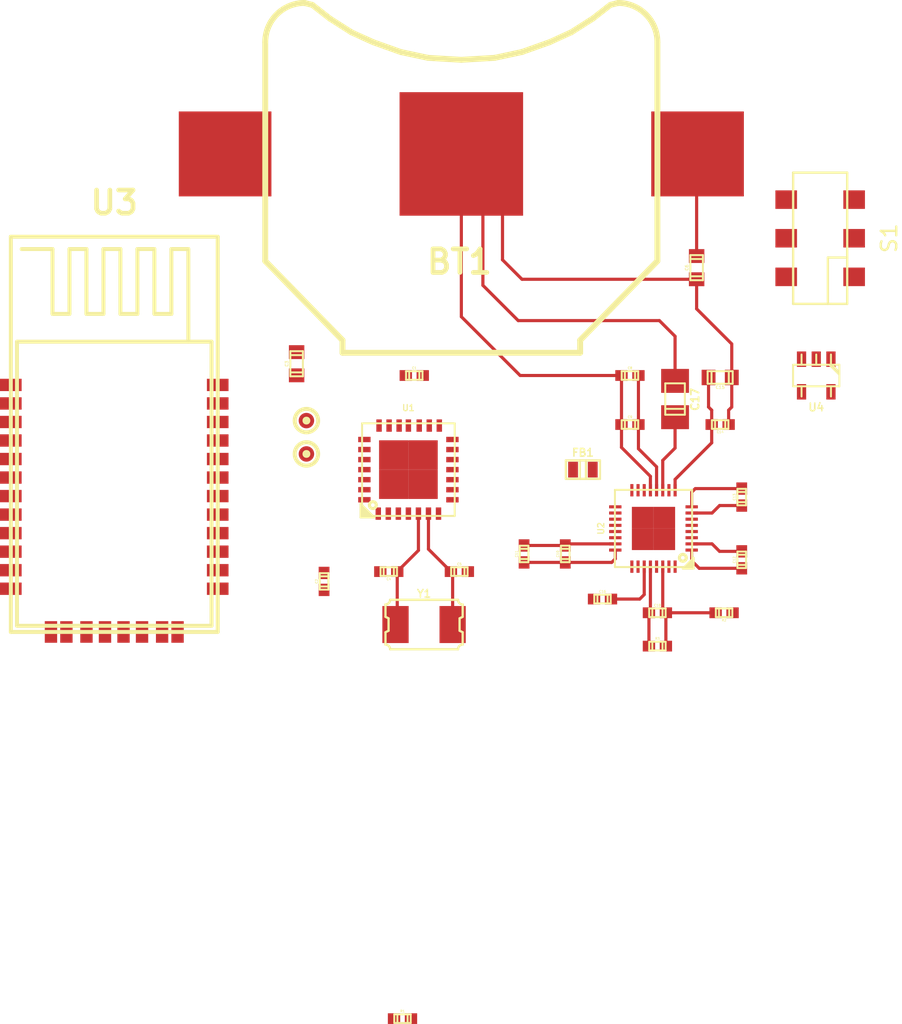
<source format=kicad_pcb>
(kicad_pcb (version 3) (host pcbnew "(2013-05-31 BZR 4019)-stable")

  (general
    (links 90)
    (no_connects 59)
    (area 0 0 0 0)
    (thickness 1.6)
    (drawings 0)
    (tracks 75)
    (zones 0)
    (modules 30)
    (nets 39)
  )

  (page A3)
  (layers
    (15 F.Cu signal)
    (0 B.Cu signal hide)
    (16 B.Adhes user)
    (17 F.Adhes user)
    (18 B.Paste user)
    (19 F.Paste user)
    (20 B.SilkS user)
    (21 F.SilkS user)
    (22 B.Mask user)
    (23 F.Mask user)
    (24 Dwgs.User user)
    (25 Cmts.User user)
    (26 Eco1.User user)
    (27 Eco2.User user)
    (28 Edge.Cuts user)
  )

  (setup
    (last_trace_width 0.2032)
    (trace_clearance 0.1778)
    (zone_clearance 0.508)
    (zone_45_only no)
    (trace_min 0.2032)
    (segment_width 0.2)
    (edge_width 0.1)
    (via_size 0.889)
    (via_drill 0.635)
    (via_min_size 0.889)
    (via_min_drill 0.508)
    (uvia_size 0.508)
    (uvia_drill 0.127)
    (uvias_allowed no)
    (uvia_min_size 0.508)
    (uvia_min_drill 0.127)
    (pcb_text_width 0.3)
    (pcb_text_size 1.5 1.5)
    (mod_edge_width 0.15)
    (mod_text_size 1 1)
    (mod_text_width 0.15)
    (pad_size 1.2 1.4)
    (pad_drill 0)
    (pad_to_mask_clearance 0)
    (aux_axis_origin 0 0)
    (visible_elements FFFFFFBF)
    (pcbplotparams
      (layerselection 3178497)
      (usegerberextensions true)
      (excludeedgelayer true)
      (linewidth 0.150000)
      (plotframeref false)
      (viasonmask false)
      (mode 1)
      (useauxorigin false)
      (hpglpennumber 1)
      (hpglpenspeed 20)
      (hpglpendiameter 15)
      (hpglpenoverlay 2)
      (psnegative false)
      (psa4output false)
      (plotreference true)
      (plotvalue true)
      (plotothertext true)
      (plotinvisibletext false)
      (padsonsilk false)
      (subtractmaskfromsilk false)
      (outputformat 1)
      (mirror false)
      (drillshape 1)
      (scaleselection 1)
      (outputdirectory ""))
  )

  (net 0 "")
  (net 1 +BATT)
  (net 2 /AREF)
  (net 3 /BT_CONN)
  (net 4 /BT_RESET)
  (net 5 /FACTORY_RESET)
  (net 6 /MCU_RX)
  (net 7 /MCU_TX)
  (net 8 /PGA1N)
  (net 9 /PGA1P)
  (net 10 /PGA2N)
  (net 11 /PGA2P)
  (net 12 /RLDIN)
  (net 13 /RLDINV)
  (net 14 /STATUS)
  (net 15 /VCAP1)
  (net 16 /VCAP2)
  (net 17 /VREFP)
  (net 18 /~MCU_CTS)
  (net 19 /~MCU_RTS)
  (net 20 AVDD)
  (net 21 CH1N)
  (net 22 CH1P)
  (net 23 CH2N)
  (net 24 CH2P)
  (net 25 DVDD)
  (net 26 GND)
  (net 27 MISO)
  (net 28 MOSI)
  (net 29 N-0000059)
  (net 30 N-0000060)
  (net 31 RLD)
  (net 32 SCLK)
  (net 33 VCC)
  (net 34 VEXT)
  (net 35 ~AFE_CS)
  (net 36 ~AFE_DRDY)
  (net 37 ~AFE_PWDN)
  (net 38 ~MCU_RESET)

  (net_class Default "This is the default net class."
    (clearance 0.1778)
    (trace_width 0.2032)
    (via_dia 0.889)
    (via_drill 0.635)
    (uvia_dia 0.508)
    (uvia_drill 0.127)
    (add_net "")
    (add_net +BATT)
    (add_net /AREF)
    (add_net /BT_CONN)
    (add_net /BT_RESET)
    (add_net /FACTORY_RESET)
    (add_net /MCU_RX)
    (add_net /MCU_TX)
    (add_net /PGA1N)
    (add_net /PGA1P)
    (add_net /PGA2N)
    (add_net /PGA2P)
    (add_net /RLDIN)
    (add_net /RLDINV)
    (add_net /STATUS)
    (add_net /VCAP1)
    (add_net /VCAP2)
    (add_net /VREFP)
    (add_net /~MCU_CTS)
    (add_net /~MCU_RTS)
    (add_net AVDD)
    (add_net CH1N)
    (add_net CH1P)
    (add_net CH2N)
    (add_net CH2P)
    (add_net DVDD)
    (add_net GND)
    (add_net MISO)
    (add_net MOSI)
    (add_net N-0000059)
    (add_net N-0000060)
    (add_net RLD)
    (add_net SCLK)
    (add_net VCC)
    (add_net VEXT)
    (add_net ~AFE_CS)
    (add_net ~AFE_DRDY)
    (add_net ~AFE_PWDN)
    (add_net ~MCU_RESET)
  )

  (module w_rf_modules:roving_rn-42 (layer F.Cu) (tedit 537668DC) (tstamp 53766069)
    (at 72.898 85.09)
    (descr "Roving Networks RN-42 Bluetooth module")
    (path /53765409)
    (clearance 0.2)
    (fp_text reference U3 (at 0 -15) (layer F.SilkS)
      (effects (font (size 1.5 1.5) (thickness 0.3)))
    )
    (fp_text value BLUETOOTH-RN42 (at 0 15) (layer F.SilkS) hide
      (effects (font (size 1.5 1.5) (thickness 0.3)))
    )
    (fp_line (start -2.9 -7.8) (end -4 -7.8) (layer F.SilkS) (width 0.254))
    (fp_line (start -1.8 -12) (end -2.9 -12) (layer F.SilkS) (width 0.254))
    (fp_line (start -2.9 -12) (end -2.9 -7.8) (layer F.SilkS) (width 0.254))
    (fp_line (start -1.8 -12) (end -1.8 -7.8) (layer F.SilkS) (width 0.254))
    (fp_line (start -4 -12) (end -4 -7.8) (layer F.SilkS) (width 0.254))
    (fp_line (start -4 -12) (end -6 -12) (layer F.SilkS) (width 0.254))
    (fp_line (start -0.7 -7.8) (end -1.8 -7.8) (layer F.SilkS) (width 0.254))
    (fp_line (start 0.4 -12) (end -0.7 -12) (layer F.SilkS) (width 0.254))
    (fp_line (start -0.7 -12) (end -0.7 -7.8) (layer F.SilkS) (width 0.254))
    (fp_line (start 0.4 -12) (end 0.4 -7.8) (layer F.SilkS) (width 0.254))
    (fp_line (start 2.6 -12) (end 2.6 -7.8) (layer F.SilkS) (width 0.254))
    (fp_line (start 1.5 -12) (end 1.5 -7.8) (layer F.SilkS) (width 0.254))
    (fp_line (start 2.6 -12) (end 1.5 -12) (layer F.SilkS) (width 0.254))
    (fp_line (start 1.5 -7.8) (end 0.4 -7.8) (layer F.SilkS) (width 0.254))
    (fp_line (start 3.7 -7.8) (end 2.6 -7.8) (layer F.SilkS) (width 0.254))
    (fp_line (start 4.8 -6) (end 4.8 -12) (layer F.SilkS) (width 0.254))
    (fp_line (start 4.8 -12) (end 3.7 -12) (layer F.SilkS) (width 0.254))
    (fp_line (start 3.7 -12) (end 3.7 -7.8) (layer F.SilkS) (width 0.254))
    (fp_line (start -6.7 -12.8) (end 6.7 -12.8) (layer F.SilkS) (width 0.254))
    (fp_line (start 6.7 -12.8) (end 6.7 12.8) (layer F.SilkS) (width 0.254))
    (fp_line (start -6.7 12.8) (end 6.7 12.8) (layer F.SilkS) (width 0.254))
    (fp_line (start -6.7 -12.8) (end -6.7 12.8) (layer F.SilkS) (width 0.254))
    (fp_line (start -6.3 -6) (end 6.3 -6) (layer F.SilkS) (width 0.254))
    (fp_line (start 6.3 -6) (end 6.3 12.4) (layer F.SilkS) (width 0.254))
    (fp_line (start -6.3 12.4) (end 6.3 12.4) (layer F.SilkS) (width 0.254))
    (fp_line (start -6.3 -6) (end -6.3 12.4) (layer F.SilkS) (width 0.254))
    (pad "" smd rect (at -6 11.5) (size 1.5 1.5)
      (layers Dwgs.User)
    )
    (pad "" smd rect (at 6 11.5) (size 1.5 1.5)
      (layers Dwgs.User)
    )
    (pad "" smd rect (at 6 -5.1) (size 1.5 1.5)
      (layers Dwgs.User)
    )
    (pad 1 smd rect (at -6.7 -3.2) (size 1.4 0.8)
      (layers F.Cu F.Paste F.Mask)
      (net 26 GND)
    )
    (pad 2 smd rect (at -6.7 -2) (size 1.4 0.8)
      (layers F.Cu F.Paste F.Mask)
    )
    (pad 3 smd rect (at -6.7 -0.8) (size 1.4 0.8)
      (layers F.Cu F.Paste F.Mask)
    )
    (pad 4 smd rect (at -6.7 0.4) (size 1.4 0.8)
      (layers F.Cu F.Paste F.Mask)
    )
    (pad 5 smd rect (at -6.7 1.6) (size 1.4 0.8)
      (layers F.Cu F.Paste F.Mask)
      (net 4 /BT_RESET)
    )
    (pad 6 smd rect (at -6.7 2.8) (size 1.4 0.8)
      (layers F.Cu F.Paste F.Mask)
    )
    (pad 7 smd rect (at -6.7 4) (size 1.4 0.8)
      (layers F.Cu F.Paste F.Mask)
    )
    (pad 8 smd rect (at -6.7 5.2) (size 1.4 0.8)
      (layers F.Cu F.Paste F.Mask)
    )
    (pad 9 smd rect (at -6.7 6.4) (size 1.4 0.8)
      (layers F.Cu F.Paste F.Mask)
    )
    (pad 10 smd rect (at -6.7 7.6) (size 1.4 0.8)
      (layers F.Cu F.Paste F.Mask)
    )
    (pad 11 smd rect (at -6.7 8.8) (size 1.4 0.8)
      (layers F.Cu F.Paste F.Mask)
      (net 25 DVDD)
    )
    (pad 12 smd rect (at -6.7 10) (size 1.4 0.8)
      (layers F.Cu F.Paste F.Mask)
      (net 26 GND)
    )
    (pad 13 smd rect (at 6.7 10) (size 1.4 0.8)
      (layers F.Cu F.Paste F.Mask)
      (net 7 /MCU_TX)
    )
    (pad 14 smd rect (at 6.7 8.8) (size 1.4 0.8)
      (layers F.Cu F.Paste F.Mask)
      (net 6 /MCU_RX)
    )
    (pad 15 smd rect (at 6.7 7.6) (size 1.4 0.8)
      (layers F.Cu F.Paste F.Mask)
      (net 18 /~MCU_CTS)
    )
    (pad 16 smd rect (at 6.7 6.4) (size 1.4 0.8)
      (layers F.Cu F.Paste F.Mask)
      (net 19 /~MCU_RTS)
    )
    (pad 17 smd rect (at 6.7 5.2) (size 1.4 0.8)
      (layers F.Cu F.Paste F.Mask)
    )
    (pad 18 smd rect (at 6.7 4) (size 1.4 0.8)
      (layers F.Cu F.Paste F.Mask)
    )
    (pad 19 smd rect (at 6.7 2.8) (size 1.4 0.8)
      (layers F.Cu F.Paste F.Mask)
      (net 3 /BT_CONN)
    )
    (pad 20 smd rect (at 6.7 1.6) (size 1.4 0.8)
      (layers F.Cu F.Paste F.Mask)
    )
    (pad 21 smd rect (at 6.7 0.4) (size 1.4 0.8)
      (layers F.Cu F.Paste F.Mask)
      (net 14 /STATUS)
    )
    (pad 22 smd rect (at 6.7 -0.8) (size 1.4 0.8)
      (layers F.Cu F.Paste F.Mask)
      (net 5 /FACTORY_RESET)
    )
    (pad 23 smd rect (at 6.7 -2) (size 1.4 0.8)
      (layers F.Cu F.Paste F.Mask)
    )
    (pad 24 smd rect (at 6.7 -3.2) (size 1.4 0.8)
      (layers F.Cu F.Paste F.Mask)
    )
    (pad 30 smd rect (at 4.1 12.8) (size 0.8 1.4)
      (layers F.Cu F.Paste F.Mask)
    )
    (pad 28 smd rect (at 3.1 12.8) (size 0.8 1.4)
      (layers F.Cu F.Paste F.Mask)
      (net 26 GND)
    )
    (pad 31 smd rect (at 1.8 12.8) (size 0.8 1.4)
      (layers F.Cu F.Paste F.Mask)
    )
    (pad 32 smd rect (at 0.6 12.8) (size 0.8 1.4)
      (layers F.Cu F.Paste F.Mask)
    )
    (pad 33 smd rect (at -0.6 12.8) (size 0.8 1.4)
      (layers F.Cu F.Paste F.Mask)
    )
    (pad 34 smd rect (at -1.8 12.8) (size 0.8 1.4)
      (layers F.Cu F.Paste F.Mask)
    )
    (pad 29 smd rect (at -3.1 12.8) (size 0.8 1.4)
      (layers F.Cu F.Paste F.Mask)
      (net 26 GND)
    )
    (pad 35 smd rect (at -4.1 12.8) (size 0.8 1.4)
      (layers F.Cu F.Paste F.Mask)
    )
    (pad "" smd rect (at -6 -5.1) (size 1.5 1.5)
      (layers Dwgs.User)
    )
    (pad "" smd rect (at 0 -9.3) (size 13.4 7)
      (layers Dwgs.User)
    )
    (model walter/rf_modules/roving_rn-42.wrl
      (at (xyz 0 0 0))
      (scale (xyz 1 1 1))
      (rotate (xyz 0 0 0))
    )
  )

  (module testpoint_1mm (layer F.Cu) (tedit 537673CD) (tstamp 5376609A)
    (at 85.344 86.36)
    (descr "TestPoint 1mm")
    (path /53765411)
    (fp_text reference TP2 (at -0.127 2.54) (layer F.SilkS) hide
      (effects (font (size 1.524 1.524) (thickness 0.3048)))
    )
    (fp_text value STATUS (at 0 2.032) (layer F.SilkS) hide
      (effects (font (size 1.524 1.524) (thickness 0.3048)))
    )
    (fp_circle (center 0 0) (end 0.127 0) (layer F.SilkS) (width 0.254))
    (fp_circle (center 0 0) (end 0.762 0) (layer F.SilkS) (width 0.254))
    (pad 1 smd circle (at 0 0) (size 1.00076 1.00076)
      (layers F.Cu F.Paste F.Mask)
      (net 14 /STATUS)
    )
    (model walter/details/testpoint.wrl
      (at (xyz 0 0 0))
      (scale (xyz 1 1 1))
      (rotate (xyz 0 0 0))
    )
  )

  (module testpoint_1mm (layer F.Cu) (tedit 537673C7) (tstamp 537660A1)
    (at 85.344 84.201)
    (descr "TestPoint 1mm")
    (path /5376540F)
    (fp_text reference TP1 (at 2.794 -1.778) (layer F.SilkS) hide
      (effects (font (size 1.524 1.524) (thickness 0.3048)))
    )
    (fp_text value FACT (at 0 2.032) (layer F.SilkS) hide
      (effects (font (size 1.524 1.524) (thickness 0.3048)))
    )
    (fp_circle (center 0 0) (end 0.127 0) (layer F.SilkS) (width 0.254))
    (fp_circle (center 0 0) (end 0.762 0) (layer F.SilkS) (width 0.254))
    (pad 1 smd circle (at 0 0) (size 1.00076 1.00076)
      (layers F.Cu F.Paste F.Mask)
      (net 5 /FACTORY_RESET)
    )
    (model walter/details/testpoint.wrl
      (at (xyz 0 0 0))
      (scale (xyz 1 1 1))
      (rotate (xyz 0 0 0))
    )
  )

  (module s-pvqfn-n32 (layer F.Cu) (tedit 5356708E) (tstamp 537660D4)
    (at 107.823 91.186 90)
    (descr "Plastic QFP, TI S-PVQFN-N32")
    (path /53765D39)
    (solder_mask_margin 0.05)
    (fp_text reference U2 (at 0 -3.40106 90) (layer F.SilkS)
      (effects (font (size 0.39878 0.39878) (thickness 0.07874)))
    )
    (fp_text value ADS1291/2 (at 0 3.49758 90) (layer F.SilkS) hide
      (effects (font (size 0.39878 0.39878) (thickness 0.0762)))
    )
    (fp_line (start -2.60096 1.89992) (end -2.60096 2.60096) (layer F.SilkS) (width 0.127))
    (fp_line (start -2.60096 2.60096) (end -1.89992 2.60096) (layer F.SilkS) (width 0.127))
    (fp_line (start -1.89992 2.60096) (end -2.60096 1.89992) (layer F.SilkS) (width 0.127))
    (fp_line (start 2.49936 2.49936) (end -2.49936 2.49936) (layer F.SilkS) (width 0.127))
    (fp_line (start -2.49936 2.49936) (end -2.49936 -2.49936) (layer F.SilkS) (width 0.127))
    (fp_line (start -2.49936 -2.49936) (end 2.49936 -2.49936) (layer F.SilkS) (width 0.127))
    (fp_line (start 2.49936 -2.49936) (end 2.49936 2.49936) (layer F.SilkS) (width 0.127))
    (fp_line (start -2.10312 2.5019) (end -2.5019 2.10312) (layer F.SilkS) (width 0.127))
    (fp_line (start -2.5019 2.19964) (end -2.20218 2.49936) (layer F.SilkS) (width 0.127))
    (fp_line (start -2.2987 2.49936) (end -2.49936 2.2987) (layer F.SilkS) (width 0.127))
    (fp_circle (center -1.89992 1.89992) (end -1.7018 2.00152) (layer F.SilkS) (width 0.20066))
    (pad 2 smd rect (at -1 2.47396 90) (size 0.2 0.8)
      (layers F.Cu F.Paste F.Mask)
      (net 9 /PGA1P)
      (solder_mask_margin 0.06858)
    )
    (pad 3 smd rect (at -0.6 2.47396 90) (size 0.2 0.8)
      (layers F.Cu F.Paste F.Mask)
      (net 21 CH1N)
      (solder_mask_margin 0.06858)
    )
    (pad 4 smd rect (at -0.2 2.47396 90) (size 0.2 0.8)
      (layers F.Cu F.Paste F.Mask)
      (net 22 CH1P)
      (solder_mask_margin 0.06858)
    )
    (pad 5 smd rect (at 0.2 2.47396 90) (size 0.2 0.8)
      (layers F.Cu F.Paste F.Mask)
      (net 23 CH2N)
      (solder_mask_margin 0.06858)
    )
    (pad 8 smd rect (at 1.4 2.47396 90) (size 0.2 0.8)
      (layers F.Cu F.Paste F.Mask)
      (net 11 /PGA2P)
      (solder_mask_margin 0.06858)
    )
    (pad 9 smd rect (at 2.47396 1.4 90) (size 0.8 0.2)
      (layers F.Cu F.Paste F.Mask)
      (net 17 /VREFP)
      (solder_mask_margin 0.06858)
    )
    (pad 10 smd rect (at 2.47396 1 90) (size 0.8 0.2)
      (layers F.Cu F.Paste F.Mask)
      (net 26 GND)
      (solder_mask_margin 0.06858)
    )
    (pad 11 smd rect (at 2.47396 0.6 90) (size 0.8 0.2)
      (layers F.Cu F.Paste F.Mask)
      (net 15 /VCAP1)
      (solder_mask_margin 0.06858)
    )
    (pad 12 smd rect (at 2.47396 0.2 90) (size 0.8 0.2)
      (layers F.Cu F.Paste F.Mask)
      (net 20 AVDD)
      (solder_mask_margin 0.06858)
    )
    (pad 13 smd rect (at 2.47396 -0.2 90) (size 0.8 0.2)
      (layers F.Cu F.Paste F.Mask)
      (net 26 GND)
      (solder_mask_margin 0.06858)
    )
    (pad 14 smd rect (at 2.47396 -0.6 90) (size 0.8 0.2)
      (layers F.Cu F.Paste F.Mask)
      (solder_mask_margin 0.06858)
    )
    (pad 1 smd rect (at -1.4 2.47396 90) (size 0.2 0.8)
      (layers F.Cu F.Paste F.Mask)
      (net 8 /PGA1N)
      (solder_mask_margin 0.06858)
    )
    (pad 33 smd rect (at 0.7 0.7 90) (size 1.4 1.4)
      (layers F.Cu F.Paste F.Mask)
      (net 26 GND)
      (solder_mask_margin 0.05)
      (solder_paste_margin -0.15)
    )
    (pad 33 smd rect (at -0.7 0.7 90) (size 1.4 1.4)
      (layers F.Cu F.Paste F.Mask)
      (net 26 GND)
      (solder_mask_margin 0.05)
      (solder_paste_margin -0.15)
    )
    (pad 33 smd rect (at -0.7 -0.7 90) (size 1.4 1.4)
      (layers F.Cu F.Paste F.Mask)
      (net 26 GND)
      (solder_mask_margin 0.05)
      (solder_paste_margin -0.15)
    )
    (pad 33 smd rect (at 0.7 -0.7 90) (size 1.4 1.4)
      (layers F.Cu F.Paste F.Mask)
      (net 26 GND)
      (solder_mask_margin 0.05)
      (solder_paste_margin -0.15)
    )
    (pad 15 smd rect (at 2.47396 -1 90) (size 0.8 0.2)
      (layers F.Cu F.Paste F.Mask)
      (net 37 ~AFE_PWDN)
      (solder_mask_margin 0.06858)
    )
    (pad 16 smd rect (at 2.47396 -1.4 90) (size 0.8 0.2)
      (layers F.Cu F.Paste F.Mask)
      (solder_mask_margin 0.06858)
    )
    (pad 17 smd rect (at 1.4 -2.47396 90) (size 0.2 0.8)
      (layers F.Cu F.Paste F.Mask)
      (solder_mask_margin 0.06858)
    )
    (pad 18 smd rect (at 1 -2.47396 90) (size 0.2 0.8)
      (layers F.Cu F.Paste F.Mask)
      (net 35 ~AFE_CS)
      (solder_mask_margin 0.06858)
    )
    (pad 19 smd rect (at 0.6 -2.47396 90) (size 0.2 0.8)
      (layers F.Cu F.Paste F.Mask)
      (net 28 MOSI)
      (solder_mask_margin 0.06858)
    )
    (pad 20 smd rect (at 0.2 -2.47396 90) (size 0.2 0.8)
      (layers F.Cu F.Paste F.Mask)
      (net 32 SCLK)
      (solder_mask_margin 0.06858)
    )
    (pad 21 smd rect (at -0.2 -2.47396 90) (size 0.2 0.8)
      (layers F.Cu F.Paste F.Mask)
      (net 27 MISO)
      (solder_mask_margin 0.06858)
    )
    (pad 22 smd rect (at -0.6 -2.47396 90) (size 0.2 0.8)
      (layers F.Cu F.Paste F.Mask)
      (net 36 ~AFE_DRDY)
      (solder_mask_margin 0.06858)
    )
    (pad 23 smd rect (at -1 -2.47396 90) (size 0.2 0.8)
      (layers F.Cu F.Paste F.Mask)
      (net 25 DVDD)
      (solder_mask_margin 0.06858)
    )
    (pad 24 smd rect (at -1.4 -2.47396 90) (size 0.2 0.8)
      (layers F.Cu F.Paste F.Mask)
      (net 26 GND)
      (solder_mask_margin 0.06858)
    )
    (pad 25 smd rect (at -2.47396 -1.4 90) (size 0.8 0.2)
      (layers F.Cu F.Paste F.Mask)
      (solder_mask_margin 0.06858)
    )
    (pad 26 smd rect (at -2.47396 -1 90) (size 0.8 0.2)
      (layers F.Cu F.Paste F.Mask)
      (solder_mask_margin 0.06858)
    )
    (pad 27 smd rect (at -2.47396 -0.6 90) (size 0.8 0.2)
      (layers F.Cu F.Paste F.Mask)
      (net 16 /VCAP2)
      (solder_mask_margin 0.06858)
    )
    (pad 28 smd rect (at -2.47396 -0.2 90) (size 0.8 0.2)
      (layers F.Cu F.Paste F.Mask)
      (net 13 /RLDINV)
      (solder_mask_margin 0.06858)
    )
    (pad 6 smd rect (at 0.6 2.47396 90) (size 0.2 0.8)
      (layers F.Cu F.Paste F.Mask)
      (net 24 CH2P)
      (solder_mask_margin 0.06858)
    )
    (pad 7 smd rect (at 1 2.47396 90) (size 0.2 0.8)
      (layers F.Cu F.Paste F.Mask)
      (net 10 /PGA2N)
      (solder_mask_margin 0.06858)
    )
    (pad 29 smd rect (at -2.47396 0.2 90) (size 0.8 0.2)
      (layers F.Cu F.Paste F.Mask)
      (net 12 /RLDIN)
      (solder_mask_margin 0.06858)
    )
    (pad 30 smd rect (at -2.47396 0.6 90) (size 0.8 0.2)
      (layers F.Cu F.Paste F.Mask)
      (net 12 /RLDIN)
      (solder_mask_margin 0.06858)
    )
    (pad 31 smd rect (at -2.47396 1 90) (size 0.8 0.2)
      (layers F.Cu F.Paste F.Mask)
      (net 20 AVDD)
      (solder_mask_margin 0.06858)
    )
    (pad 32 smd rect (at -2.47396 1.4 90) (size 0.8 0.2)
      (layers F.Cu F.Paste F.Mask)
      (net 20 AVDD)
      (solder_mask_margin 0.06858)
    )
    (model walter/smd_qfn/s-pvqfn-n32.wrl
      (at (xyz 0 0 0))
      (scale (xyz 1 1 1))
      (rotate (xyz 0 0 0))
    )
  )

  (module r_0402 (layer F.Cu) (tedit 490472F7) (tstamp 537660E0)
    (at 108.077 98.806)
    (descr "SMT resistor, 0402")
    (path /53765D60)
    (fp_text reference R3 (at 0 -0.4826) (layer F.SilkS)
      (effects (font (size 0.1524 0.1524) (thickness 0.03048)))
    )
    (fp_text value 1M (at 0 0.4826) (layer F.SilkS) hide
      (effects (font (size 0.1524 0.1524) (thickness 0.03048)))
    )
    (fp_line (start 0.3302 -0.2794) (end 0.3302 0.2794) (layer F.SilkS) (width 0.127))
    (fp_line (start -0.3302 -0.2794) (end -0.3302 0.2794) (layer F.SilkS) (width 0.127))
    (fp_line (start -0.5334 -0.2794) (end -0.5334 0.2794) (layer F.SilkS) (width 0.127))
    (fp_line (start -0.5334 0.2794) (end 0.5334 0.2794) (layer F.SilkS) (width 0.127))
    (fp_line (start 0.5334 0.2794) (end 0.5334 -0.2794) (layer F.SilkS) (width 0.127))
    (fp_line (start 0.5334 -0.2794) (end -0.5334 -0.2794) (layer F.SilkS) (width 0.127))
    (pad 1 smd rect (at 0.54864 0) (size 0.8001 0.6985)
      (layers F.Cu F.Paste F.Mask)
      (net 12 /RLDIN)
    )
    (pad 2 smd rect (at -0.54864 0) (size 0.8001 0.6985)
      (layers F.Cu F.Paste F.Mask)
      (net 13 /RLDINV)
    )
    (model walter/smd_resistors/r_0402.wrl
      (at (xyz 0 0 0))
      (scale (xyz 1 1 1))
      (rotate (xyz 0 0 0))
    )
  )

  (module r_0402 (layer F.Cu) (tedit 490472F7) (tstamp 537660EC)
    (at 91.567 122.936)
    (descr "SMT resistor, 0402")
    (path /537653F7)
    (fp_text reference R1 (at 0 -0.4826) (layer F.SilkS)
      (effects (font (size 0.1524 0.1524) (thickness 0.03048)))
    )
    (fp_text value 10k (at 0 0.4826) (layer F.SilkS) hide
      (effects (font (size 0.1524 0.1524) (thickness 0.03048)))
    )
    (fp_line (start 0.3302 -0.2794) (end 0.3302 0.2794) (layer F.SilkS) (width 0.127))
    (fp_line (start -0.3302 -0.2794) (end -0.3302 0.2794) (layer F.SilkS) (width 0.127))
    (fp_line (start -0.5334 -0.2794) (end -0.5334 0.2794) (layer F.SilkS) (width 0.127))
    (fp_line (start -0.5334 0.2794) (end 0.5334 0.2794) (layer F.SilkS) (width 0.127))
    (fp_line (start 0.5334 0.2794) (end 0.5334 -0.2794) (layer F.SilkS) (width 0.127))
    (fp_line (start 0.5334 -0.2794) (end -0.5334 -0.2794) (layer F.SilkS) (width 0.127))
    (pad 1 smd rect (at 0.54864 0) (size 0.8001 0.6985)
      (layers F.Cu F.Paste F.Mask)
      (net 25 DVDD)
    )
    (pad 2 smd rect (at -0.54864 0) (size 0.8001 0.6985)
      (layers F.Cu F.Paste F.Mask)
      (net 38 ~MCU_RESET)
    )
    (model walter/smd_resistors/r_0402.wrl
      (at (xyz 0 0 0))
      (scale (xyz 1 1 1))
      (rotate (xyz 0 0 0))
    )
  )

  (module r_0402 (layer F.Cu) (tedit 490472F7) (tstamp 537660F8)
    (at 112.395 96.647 180)
    (descr "SMT resistor, 0402")
    (path /53765D90)
    (fp_text reference R2 (at 0 -0.4826 180) (layer F.SilkS)
      (effects (font (size 0.1524 0.1524) (thickness 0.03048)))
    )
    (fp_text value 51k (at 0 0.4826 180) (layer F.SilkS) hide
      (effects (font (size 0.1524 0.1524) (thickness 0.03048)))
    )
    (fp_line (start 0.3302 -0.2794) (end 0.3302 0.2794) (layer F.SilkS) (width 0.127))
    (fp_line (start -0.3302 -0.2794) (end -0.3302 0.2794) (layer F.SilkS) (width 0.127))
    (fp_line (start -0.5334 -0.2794) (end -0.5334 0.2794) (layer F.SilkS) (width 0.127))
    (fp_line (start -0.5334 0.2794) (end 0.5334 0.2794) (layer F.SilkS) (width 0.127))
    (fp_line (start 0.5334 0.2794) (end 0.5334 -0.2794) (layer F.SilkS) (width 0.127))
    (fp_line (start 0.5334 -0.2794) (end -0.5334 -0.2794) (layer F.SilkS) (width 0.127))
    (pad 1 smd rect (at 0.54864 0 180) (size 0.8001 0.6985)
      (layers F.Cu F.Paste F.Mask)
      (net 12 /RLDIN)
    )
    (pad 2 smd rect (at -0.54864 0 180) (size 0.8001 0.6985)
      (layers F.Cu F.Paste F.Mask)
      (net 31 RLD)
    )
    (model walter/smd_resistors/r_0402.wrl
      (at (xyz 0 0 0))
      (scale (xyz 1 1 1))
      (rotate (xyz 0 0 0))
    )
  )

  (module qfn-28 (layer F.Cu) (tedit 53766772) (tstamp 5376612D)
    (at 91.948 87.376)
    (descr "Plastic QFP, Microchip QFN-28")
    (path /53765402)
    (fp_text reference U1 (at 0 -4.0005) (layer F.SilkS)
      (effects (font (size 0.39878 0.39878) (thickness 0.07874)))
    )
    (fp_text value ATMEGA328P-28PIN (at 0 4.0005) (layer F.SilkS) hide
      (effects (font (size 0.39878 0.39878) (thickness 0.07874)))
    )
    (fp_line (start -3.0988 2.19964) (end -2.19964 3.0988) (layer F.SilkS) (width 0.127))
    (fp_line (start -2.19964 3.0988) (end -3.0988 3.0988) (layer F.SilkS) (width 0.127))
    (fp_line (start -3.0988 3.0988) (end -3.0988 2.19964) (layer F.SilkS) (width 0.127))
    (fp_line (start -2.4003 2.99974) (end -2.99974 2.4003) (layer F.SilkS) (width 0.127))
    (fp_line (start -2.99974 2.4003) (end -2.99974 2.49936) (layer F.SilkS) (width 0.127))
    (fp_line (start -2.99974 2.49936) (end -2.49936 2.99974) (layer F.SilkS) (width 0.127))
    (fp_line (start -2.49936 2.99974) (end -2.60096 2.99974) (layer F.SilkS) (width 0.127))
    (fp_line (start -2.60096 2.99974) (end -2.99974 2.60096) (layer F.SilkS) (width 0.127))
    (fp_line (start -2.99974 2.60096) (end -2.99974 2.70002) (layer F.SilkS) (width 0.127))
    (fp_line (start -2.99974 2.70002) (end -2.70002 2.99974) (layer F.SilkS) (width 0.127))
    (fp_line (start -2.70002 2.99974) (end -2.79908 2.99974) (layer F.SilkS) (width 0.127))
    (fp_line (start -2.79908 2.99974) (end -2.99974 2.79908) (layer F.SilkS) (width 0.127))
    (fp_line (start -2.99974 -2.99974) (end 2.99974 -2.99974) (layer F.SilkS) (width 0.127))
    (fp_line (start 2.99974 -2.99974) (end 2.99974 2.99974) (layer F.SilkS) (width 0.127))
    (fp_line (start 2.99974 2.99974) (end -2.99974 2.99974) (layer F.SilkS) (width 0.127))
    (fp_line (start -2.99974 2.99974) (end -2.99974 -2.99974) (layer F.SilkS) (width 0.127))
    (fp_circle (center -2.30124 2.2987) (end -2.10312 2.4003) (layer F.SilkS) (width 0.20066))
    (pad 2 smd rect (at -1.30048 2.84988) (size 0.35052 0.8001)
      (layers F.Cu F.Paste F.Mask)
      (net 19 /~MCU_RTS)
      (solder_mask_margin 0.07112)
    )
    (pad 3 smd rect (at -0.65024 2.84988) (size 0.35052 0.8001)
      (layers F.Cu F.Paste F.Mask)
      (net 25 DVDD)
      (solder_mask_margin 0.07112)
    )
    (pad 4 smd rect (at 0 2.84988) (size 0.35052 0.8001)
      (layers F.Cu F.Paste F.Mask)
      (net 26 GND)
      (solder_mask_margin 0.07112)
    )
    (pad 5 smd rect (at 0.65024 2.84988) (size 0.35052 0.8001)
      (layers F.Cu F.Paste F.Mask)
      (net 30 N-0000060)
      (solder_mask_margin 0.07112)
    )
    (pad 8 smd rect (at 2.85242 1.95072) (size 0.8001 0.35052)
      (layers F.Cu F.Paste F.Mask)
      (solder_mask_margin 0.07112)
    )
    (pad 9 smd rect (at 2.85242 1.30048) (size 0.8001 0.35052)
      (layers F.Cu F.Paste F.Mask)
      (solder_mask_margin 0.07112)
    )
    (pad 10 smd rect (at 2.85242 0.65024) (size 0.8001 0.35052)
      (layers F.Cu F.Paste F.Mask)
      (solder_mask_margin 0.07112)
    )
    (pad 11 smd rect (at 2.85242 0) (size 0.8001 0.35052)
      (layers F.Cu F.Paste F.Mask)
      (net 35 ~AFE_CS)
      (solder_mask_margin 0.07112)
    )
    (pad 12 smd rect (at 2.85242 -0.65024) (size 0.8001 0.35052)
      (layers F.Cu F.Paste F.Mask)
      (solder_mask_margin 0.07112)
    )
    (pad 13 smd rect (at 2.85242 -1.30048) (size 0.8001 0.35052)
      (layers F.Cu F.Paste F.Mask)
      (net 28 MOSI)
      (solder_mask_margin 0.07112)
    )
    (pad 14 smd rect (at 2.85242 -1.95072) (size 0.8001 0.35052)
      (layers F.Cu F.Paste F.Mask)
      (net 27 MISO)
      (solder_mask_margin 0.07112)
    )
    (pad 1 smd rect (at -1.95072 2.84988) (size 0.35052 0.8001)
      (layers F.Cu F.Paste F.Mask)
      (net 18 /~MCU_CTS)
      (solder_mask_margin 0.07112)
    )
    (pad 29 smd rect (at 0.94996 0.94996) (size 1.89992 1.89992)
      (layers F.Cu F.Paste F.Mask)
      (net 26 GND)
      (solder_mask_margin 0.07112)
      (solder_paste_margin -0.09906)
    )
    (pad 29 smd rect (at -0.94996 0.94996) (size 1.89992 1.89992)
      (layers F.Cu F.Paste F.Mask)
      (net 26 GND)
      (solder_mask_margin 0.07112)
      (solder_paste_margin -0.09906)
    )
    (pad 29 smd rect (at -0.94996 -0.94996) (size 1.89992 1.89992)
      (layers F.Cu F.Paste F.Mask)
      (net 26 GND)
      (solder_mask_margin 0.07112)
      (solder_paste_margin -0.09906)
    )
    (pad 29 smd rect (at 0.94996 -0.94996) (size 1.89992 1.89992)
      (layers F.Cu F.Paste F.Mask)
      (net 26 GND)
      (solder_mask_margin 0.07112)
      (solder_paste_margin -0.09906)
    )
    (pad 15 smd rect (at 2.00152 -2.85242) (size 0.35052 0.8001)
      (layers F.Cu F.Paste F.Mask)
      (net 32 SCLK)
      (solder_mask_margin 0.07112)
    )
    (pad 16 smd rect (at 1.35128 -2.85242) (size 0.35052 0.8001)
      (layers F.Cu F.Paste F.Mask)
      (net 25 DVDD)
      (solder_mask_margin 0.07112)
    )
    (pad 17 smd rect (at 0.70104 -2.85242) (size 0.35052 0.8001)
      (layers F.Cu F.Paste F.Mask)
      (net 2 /AREF)
      (solder_mask_margin 0.07112)
    )
    (pad 18 smd rect (at 0 -2.85242) (size 0.35052 0.8001)
      (layers F.Cu F.Paste F.Mask)
      (net 26 GND)
      (solder_mask_margin 0.07112)
    )
    (pad 19 smd rect (at -0.59944 -2.85242) (size 0.35052 0.8001)
      (layers F.Cu F.Paste F.Mask)
      (net 5 /FACTORY_RESET)
      (solder_mask_margin 0.07112)
    )
    (pad 20 smd rect (at -1.24968 -2.85242) (size 0.35052 0.8001)
      (layers F.Cu F.Paste F.Mask)
      (net 4 /BT_RESET)
      (solder_mask_margin 0.07112)
    )
    (pad 21 smd rect (at -1.89992 -2.85242) (size 0.35052 0.8001)
      (layers F.Cu F.Paste F.Mask)
      (net 3 /BT_CONN)
      (solder_mask_margin 0.07112)
    )
    (pad 22 smd rect (at -2.84988 -1.95072) (size 0.8001 0.35052)
      (layers F.Cu F.Paste F.Mask)
      (solder_mask_margin 0.07112)
    )
    (pad 23 smd rect (at -2.84988 -1.30048) (size 0.8001 0.35052)
      (layers F.Cu F.Paste F.Mask)
      (solder_mask_margin 0.07112)
    )
    (pad 24 smd rect (at -2.84988 -0.65024) (size 0.8001 0.35052)
      (layers F.Cu F.Paste F.Mask)
      (solder_mask_margin 0.07112)
    )
    (pad 25 smd rect (at -2.84988 0) (size 0.8001 0.35052)
      (layers F.Cu F.Paste F.Mask)
      (net 38 ~MCU_RESET)
      (solder_mask_margin 0.07112)
    )
    (pad 26 smd rect (at -2.84988 0.65024) (size 0.8001 0.35052)
      (layers F.Cu F.Paste F.Mask)
      (net 6 /MCU_RX)
      (solder_mask_margin 0.07112)
    )
    (pad 27 smd rect (at -2.84988 1.30048) (size 0.8001 0.35052)
      (layers F.Cu F.Paste F.Mask)
      (net 7 /MCU_TX)
      (solder_mask_margin 0.07112)
    )
    (pad 28 smd rect (at -2.84988 1.95072) (size 0.8001 0.35052)
      (layers F.Cu F.Paste F.Mask)
      (net 36 ~AFE_DRDY)
      (solder_mask_margin 0.07112)
    )
    (pad 6 smd rect (at 1.30048 2.84988) (size 0.35052 0.8001)
      (layers F.Cu F.Paste F.Mask)
      (net 29 N-0000059)
      (solder_mask_margin 0.07112)
    )
    (pad 7 smd rect (at 1.95072 2.84988) (size 0.35052 0.8001)
      (layers F.Cu F.Paste F.Mask)
      (net 37 ~AFE_PWDN)
      (solder_mask_margin 0.07112)
    )
    (model walter/smd_qfn/qfn-28.wrl
      (at (xyz 0 0 0))
      (scale (xyz 1 1 1))
      (rotate (xyz 0 0 0))
    )
  )

  (module keystone_3008 (layer F.Cu) (tedit 53767186) (tstamp 5376614B)
    (at 95.377 66.929 180)
    (descr "Keystone type 3008 coin cell retainer")
    (path /537653E0)
    (fp_text reference BT1 (at 0.127 -6.985 180) (layer F.SilkS)
      (effects (font (size 1.524 1.524) (thickness 0.3048)))
    )
    (fp_text value LIR2450 (at 0 10.8 180) (layer F.SilkS) hide
      (effects (font (size 1.524 1.524) (thickness 0.3048)))
    )
    (fp_line (start 0 6.096) (end 2.159 6.223) (layer F.SilkS) (width 0.381))
    (fp_line (start 2.159 6.223) (end 3.937 6.604) (layer F.SilkS) (width 0.381))
    (fp_line (start 3.937 6.604) (end 5.715 7.239) (layer F.SilkS) (width 0.381))
    (fp_line (start 5.715 7.239) (end 7.112 7.874) (layer F.SilkS) (width 0.381))
    (fp_line (start 7.112 7.874) (end 8.509 8.763) (layer F.SilkS) (width 0.381))
    (fp_line (start 8.509 8.763) (end 9.652 9.652) (layer F.SilkS) (width 0.381))
    (fp_line (start 9.652 9.652) (end 10.16 9.779) (layer F.SilkS) (width 0.381))
    (fp_line (start -10.16 9.779) (end -9.652 9.652) (layer F.SilkS) (width 0.381))
    (fp_line (start -9.652 9.652) (end -8.509 8.763) (layer F.SilkS) (width 0.381))
    (fp_line (start -8.509 8.763) (end -7.112 7.874) (layer F.SilkS) (width 0.381))
    (fp_line (start -7.112 7.874) (end -5.715 7.239) (layer F.SilkS) (width 0.381))
    (fp_line (start -5.715 7.239) (end -3.937 6.604) (layer F.SilkS) (width 0.381))
    (fp_line (start -3.937 6.604) (end -2.159 6.223) (layer F.SilkS) (width 0.381))
    (fp_line (start -2.159 6.223) (end 0 6.096) (layer F.SilkS) (width 0.381))
    (fp_arc (start 10.16 7.239) (end 12.7 7.239) (angle 90) (layer F.SilkS) (width 0.381))
    (fp_arc (start -10.16 7.239) (end -10.16 9.779) (angle 90) (layer F.SilkS) (width 0.381))
    (fp_line (start 7.6962 -12.065) (end 12.7 -6.9342) (layer F.SilkS) (width 0.381))
    (fp_line (start 12.7 -6.9342) (end 12.7 7.2136) (layer F.SilkS) (width 0.381))
    (fp_line (start -7.6962 -12.065) (end -12.7 -6.9342) (layer F.SilkS) (width 0.381))
    (fp_line (start -12.7 -6.9342) (end -12.7 7.2136) (layer F.SilkS) (width 0.381))
    (fp_line (start -7.6962 -12.8778) (end -7.6962 -12.065) (layer F.SilkS) (width 0.381))
    (fp_line (start 7.6962 -12.8778) (end 7.6962 -12.065) (layer F.SilkS) (width 0.381))
    (fp_line (start -7.6962 -12.8778) (end 7.6962 -12.8778) (layer F.SilkS) (width 0.381))
    (pad 1 smd rect (at -15.3 0 180) (size 6 5.5)
      (layers F.Cu F.Paste F.Mask)
      (net 1 +BATT)
    )
    (pad 1 smd rect (at 15.3 0 180) (size 6 5.5)
      (layers F.Cu F.Paste F.Mask)
      (net 1 +BATT)
    )
    (pad 2 smd rect (at 0 0 180) (size 8 8)
      (layers F.Cu F.Paste F.Mask)
      (net 26 GND)
    )
    (model walter/battery_holders/keystone_3008.wrl
      (at (xyz 0 0 0))
      (scale (xyz 1 1 1))
      (rotate (xyz 0 0 0))
    )
  )

  (module inductor_smd_0603 (layer F.Cu) (tedit 53767115) (tstamp 53766164)
    (at 103.251 87.376)
    (descr "Inductor SMD, 0603")
    (path /53765D68)
    (fp_text reference FB1 (at 0 -1.09982) (layer F.SilkS)
      (effects (font (size 0.49784 0.49784) (thickness 0.09906)))
    )
    (fp_text value BLM18PG121SN1 (at 0 1.19888) (layer F.SilkS) hide
      (effects (font (size 0.49784 0.49784) (thickness 0.09906)))
    )
    (fp_line (start 0.20066 0.59944) (end 0.20066 -0.59944) (layer F.SilkS) (width 0.14986))
    (fp_line (start -0.20066 -0.59944) (end -0.20066 0.59944) (layer F.SilkS) (width 0.14986))
    (fp_line (start -1.09982 -0.59944) (end 1.09982 -0.59944) (layer F.SilkS) (width 0.14986))
    (fp_line (start 1.09982 -0.59944) (end 1.09982 0.59944) (layer F.SilkS) (width 0.14986))
    (fp_line (start 1.09982 0.59944) (end -1.09982 0.59944) (layer F.SilkS) (width 0.14986))
    (fp_line (start -1.09982 0.59944) (end -1.09982 -0.59944) (layer F.SilkS) (width 0.14986))
    (pad 1 smd rect (at -0.63754 0) (size 0.635 1.016)
      (layers F.Cu F.Paste F.Mask)
      (net 25 DVDD)
    )
    (pad 2 smd rect (at 0.63754 0) (size 0.635 1.016)
      (layers F.Cu F.Paste F.Mask)
      (net 20 AVDD)
    )
    (model walter/smd_inductors/inductor_smd_0603.wrl
      (at (xyz 0 0 0))
      (scale (xyz 1 1 1))
      (rotate (xyz 0 0 0))
    )
  )

  (module crystal_smd_5x3.2mm (layer F.Cu) (tedit 53766776) (tstamp 5376617A)
    (at 92.964 97.409)
    (descr "5x3.2mm SMD glass Crystal")
    (path /5376540A)
    (fp_text reference Y1 (at 0 -2) (layer F.SilkS)
      (effects (font (size 0.49784 0.49784) (thickness 0.09906)))
    )
    (fp_text value ABM3B-8.000MHZ (at 0 2.1) (layer F.SilkS) hide
      (effects (font (size 0.49784 0.49784) (thickness 0.09906)))
    )
    (fp_arc (start 2.5 -1.6) (end 2.5 -1.3) (angle 90) (layer F.SilkS) (width 0.15))
    (fp_arc (start -2.5 -1.6) (end -2.2 -1.6) (angle 90) (layer F.SilkS) (width 0.15))
    (fp_line (start -2.2 -1.6) (end 2.2 -1.6) (layer F.SilkS) (width 0.15))
    (fp_line (start -2.5 -0.5) (end -2.5 -1.3) (layer F.SilkS) (width 0.15))
    (fp_line (start 2.5 -0.5) (end 2.5 -1.3) (layer F.SilkS) (width 0.15))
    (fp_line (start 2.3 0.4) (end 2.3 -0.4) (layer F.SilkS) (width 0.15))
    (fp_line (start 2.3 0.4) (end 2.5 0.5) (layer F.SilkS) (width 0.15))
    (fp_line (start 2.3 -0.4) (end 2.5 -0.5) (layer F.SilkS) (width 0.15))
    (fp_line (start 2.5 1.3) (end 2.5 0.5) (layer F.SilkS) (width 0.15))
    (fp_arc (start 2.5 1.6) (end 2.2 1.6) (angle 90) (layer F.SilkS) (width 0.15))
    (fp_line (start -2.2 1.6) (end 2.2 1.6) (layer F.SilkS) (width 0.15))
    (fp_line (start -2.5 1.3) (end -2.5 0.5) (layer F.SilkS) (width 0.15))
    (fp_arc (start -2.5 1.6) (end -2.5 1.3) (angle 90) (layer F.SilkS) (width 0.15))
    (fp_line (start -2.5 0.5) (end -2.3 0.4) (layer F.SilkS) (width 0.15))
    (fp_line (start -2.5 -0.5) (end -2.3 -0.4) (layer F.SilkS) (width 0.15))
    (fp_line (start -2.3 0.4) (end -2.3 -0.4) (layer F.SilkS) (width 0.15))
    (pad 1 smd rect (at -1.85 0) (size 1.7 2.4)
      (layers F.Cu F.Paste F.Mask)
      (net 30 N-0000060)
      (solder_mask_margin 0.06858)
    )
    (pad 2 smd rect (at 1.85 0) (size 1.7 2.4)
      (layers F.Cu F.Paste F.Mask)
      (net 29 N-0000059)
      (solder_mask_margin 0.06858)
    )
    (model walter/crystal/crystal_smd_5x3.2mm.wrl
      (at (xyz 0 0 0))
      (scale (xyz 1 1 1))
      (rotate (xyz 0 0 0))
    )
  )

  (module c_tant_R (layer F.Cu) (tedit 4D5D9192) (tstamp 53766185)
    (at 109.22 82.804 270)
    (descr "SMT capacitor, tantalum size R")
    (path /53765D0E)
    (fp_text reference C17 (at 0.0254 -1.2954 270) (layer F.SilkS)
      (effects (font (size 0.50038 0.50038) (thickness 0.11938)))
    )
    (fp_text value 1uF (at 0 1.27 270) (layer F.SilkS) hide
      (effects (font (size 0.50038 0.50038) (thickness 0.11938)))
    )
    (fp_line (start 0.635 -0.635) (end 0.635 0.635) (layer F.SilkS) (width 0.127))
    (fp_line (start -1.016 -0.635) (end -1.016 0.635) (layer F.SilkS) (width 0.127))
    (fp_line (start -1.016 0.635) (end 1.016 0.635) (layer F.SilkS) (width 0.127))
    (fp_line (start 1.016 0.635) (end 1.016 -0.635) (layer F.SilkS) (width 0.127))
    (fp_line (start 1.016 -0.635) (end -1.016 -0.635) (layer F.SilkS) (width 0.127))
    (pad 1 smd rect (at 1.17602 0 270) (size 1.5494 1.80086)
      (layers F.Cu F.Paste F.Mask)
      (net 15 /VCAP1)
    )
    (pad 2 smd rect (at -1.17602 0 270) (size 1.5494 1.80086)
      (layers F.Cu F.Paste F.Mask)
      (net 26 GND)
    )
    (model walter\smd_cap\c_tant_R.wrl
      (at (xyz 0 0 0))
      (scale (xyz 1 1 1))
      (rotate (xyz 0 0 0))
    )
  )

  (module c_0603 (layer F.Cu) (tedit 490472AA) (tstamp 53766191)
    (at 112.141 81.407 180)
    (descr "SMT capacitor, 0603")
    (path /53765D22)
    (fp_text reference C15 (at 0 -0.635 180) (layer F.SilkS)
      (effects (font (size 0.20066 0.20066) (thickness 0.04064)))
    )
    (fp_text value 10uF (at 0 0.635 180) (layer F.SilkS) hide
      (effects (font (size 0.20066 0.20066) (thickness 0.04064)))
    )
    (fp_line (start 0.5588 0.4064) (end 0.5588 -0.4064) (layer F.SilkS) (width 0.127))
    (fp_line (start -0.5588 -0.381) (end -0.5588 0.4064) (layer F.SilkS) (width 0.127))
    (fp_line (start -0.8128 -0.4064) (end 0.8128 -0.4064) (layer F.SilkS) (width 0.127))
    (fp_line (start 0.8128 -0.4064) (end 0.8128 0.4064) (layer F.SilkS) (width 0.127))
    (fp_line (start 0.8128 0.4064) (end -0.8128 0.4064) (layer F.SilkS) (width 0.127))
    (fp_line (start -0.8128 0.4064) (end -0.8128 -0.4064) (layer F.SilkS) (width 0.127))
    (pad 1 smd rect (at 0.75184 0 180) (size 0.89916 1.00076)
      (layers F.Cu F.Paste F.Mask)
      (net 17 /VREFP)
    )
    (pad 2 smd rect (at -0.75184 0 180) (size 0.89916 1.00076)
      (layers F.Cu F.Paste F.Mask)
      (net 26 GND)
    )
    (model walter\smd_cap\c_0603.wrl
      (at (xyz 0 0 0))
      (scale (xyz 1 1 1))
      (rotate (xyz 0 0 0))
    )
  )

  (module c_0603 (layer F.Cu) (tedit 490472AA) (tstamp 5376619D)
    (at 84.709 80.518 90)
    (descr "SMT capacitor, 0603")
    (path /537653DF)
    (fp_text reference C3 (at 0 -0.635 90) (layer F.SilkS)
      (effects (font (size 0.20066 0.20066) (thickness 0.04064)))
    )
    (fp_text value 10uF (at 0 0.635 90) (layer F.SilkS) hide
      (effects (font (size 0.20066 0.20066) (thickness 0.04064)))
    )
    (fp_line (start 0.5588 0.4064) (end 0.5588 -0.4064) (layer F.SilkS) (width 0.127))
    (fp_line (start -0.5588 -0.381) (end -0.5588 0.4064) (layer F.SilkS) (width 0.127))
    (fp_line (start -0.8128 -0.4064) (end 0.8128 -0.4064) (layer F.SilkS) (width 0.127))
    (fp_line (start 0.8128 -0.4064) (end 0.8128 0.4064) (layer F.SilkS) (width 0.127))
    (fp_line (start 0.8128 0.4064) (end -0.8128 0.4064) (layer F.SilkS) (width 0.127))
    (fp_line (start -0.8128 0.4064) (end -0.8128 -0.4064) (layer F.SilkS) (width 0.127))
    (pad 1 smd rect (at 0.75184 0 90) (size 0.89916 1.00076)
      (layers F.Cu F.Paste F.Mask)
      (net 1 +BATT)
    )
    (pad 2 smd rect (at -0.75184 0 90) (size 0.89916 1.00076)
      (layers F.Cu F.Paste F.Mask)
      (net 26 GND)
    )
    (model walter\smd_cap\c_0603.wrl
      (at (xyz 0 0 0))
      (scale (xyz 1 1 1))
      (rotate (xyz 0 0 0))
    )
  )

  (module c_0603 (layer F.Cu) (tedit 490472AA) (tstamp 537661A9)
    (at 110.617 74.295 90)
    (descr "SMT capacitor, 0603")
    (path /537653F5)
    (fp_text reference C6 (at 0 -0.635 90) (layer F.SilkS)
      (effects (font (size 0.20066 0.20066) (thickness 0.04064)))
    )
    (fp_text value 10uF (at 0 0.635 90) (layer F.SilkS) hide
      (effects (font (size 0.20066 0.20066) (thickness 0.04064)))
    )
    (fp_line (start 0.5588 0.4064) (end 0.5588 -0.4064) (layer F.SilkS) (width 0.127))
    (fp_line (start -0.5588 -0.381) (end -0.5588 0.4064) (layer F.SilkS) (width 0.127))
    (fp_line (start -0.8128 -0.4064) (end 0.8128 -0.4064) (layer F.SilkS) (width 0.127))
    (fp_line (start 0.8128 -0.4064) (end 0.8128 0.4064) (layer F.SilkS) (width 0.127))
    (fp_line (start 0.8128 0.4064) (end -0.8128 0.4064) (layer F.SilkS) (width 0.127))
    (fp_line (start -0.8128 0.4064) (end -0.8128 -0.4064) (layer F.SilkS) (width 0.127))
    (pad 1 smd rect (at 0.75184 0 90) (size 0.89916 1.00076)
      (layers F.Cu F.Paste F.Mask)
      (net 1 +BATT)
    )
    (pad 2 smd rect (at -0.75184 0 90) (size 0.89916 1.00076)
      (layers F.Cu F.Paste F.Mask)
      (net 26 GND)
    )
    (model walter\smd_cap\c_0603.wrl
      (at (xyz 0 0 0))
      (scale (xyz 1 1 1))
      (rotate (xyz 0 0 0))
    )
  )

  (module c_0402 (layer F.Cu) (tedit 49047259) (tstamp 537661C1)
    (at 102.108 92.837 90)
    (descr "SMT capacitor, 0402")
    (path /53765CE4)
    (fp_text reference C10 (at 0 -0.4826 90) (layer F.SilkS)
      (effects (font (size 0.1524 0.1524) (thickness 0.03048)))
    )
    (fp_text value 1uF (at 0 0.4826 90) (layer F.SilkS) hide
      (effects (font (size 0.1524 0.1524) (thickness 0.03048)))
    )
    (fp_line (start 0.3302 -0.2794) (end 0.3302 0.2794) (layer F.SilkS) (width 0.127))
    (fp_line (start -0.3302 -0.2794) (end -0.3302 0.2794) (layer F.SilkS) (width 0.127))
    (fp_line (start -0.5334 -0.2794) (end -0.5334 0.2794) (layer F.SilkS) (width 0.127))
    (fp_line (start -0.5334 0.2794) (end 0.5334 0.2794) (layer F.SilkS) (width 0.127))
    (fp_line (start 0.5334 0.2794) (end 0.5334 -0.2794) (layer F.SilkS) (width 0.127))
    (fp_line (start 0.5334 -0.2794) (end -0.5334 -0.2794) (layer F.SilkS) (width 0.127))
    (pad 1 smd rect (at 0.54864 0 90) (size 0.8001 0.6985)
      (layers F.Cu F.Paste F.Mask)
      (net 25 DVDD)
    )
    (pad 2 smd rect (at -0.54864 0 90) (size 0.8001 0.6985)
      (layers F.Cu F.Paste F.Mask)
      (net 26 GND)
    )
    (model walter\smd_cap\c_0402.wrl
      (at (xyz 0 0 0))
      (scale (xyz 1 1 1))
      (rotate (xyz 0 0 0))
    )
  )

  (module c_0402 (layer F.Cu) (tedit 49047259) (tstamp 537661CD)
    (at 99.441 92.837 90)
    (descr "SMT capacitor, 0402")
    (path /53765CEA)
    (fp_text reference C11 (at 0 -0.4826 90) (layer F.SilkS)
      (effects (font (size 0.1524 0.1524) (thickness 0.03048)))
    )
    (fp_text value 0.1uF (at 0 0.4826 90) (layer F.SilkS) hide
      (effects (font (size 0.1524 0.1524) (thickness 0.03048)))
    )
    (fp_line (start 0.3302 -0.2794) (end 0.3302 0.2794) (layer F.SilkS) (width 0.127))
    (fp_line (start -0.3302 -0.2794) (end -0.3302 0.2794) (layer F.SilkS) (width 0.127))
    (fp_line (start -0.5334 -0.2794) (end -0.5334 0.2794) (layer F.SilkS) (width 0.127))
    (fp_line (start -0.5334 0.2794) (end 0.5334 0.2794) (layer F.SilkS) (width 0.127))
    (fp_line (start 0.5334 0.2794) (end 0.5334 -0.2794) (layer F.SilkS) (width 0.127))
    (fp_line (start 0.5334 -0.2794) (end -0.5334 -0.2794) (layer F.SilkS) (width 0.127))
    (pad 1 smd rect (at 0.54864 0 90) (size 0.8001 0.6985)
      (layers F.Cu F.Paste F.Mask)
      (net 25 DVDD)
    )
    (pad 2 smd rect (at -0.54864 0 90) (size 0.8001 0.6985)
      (layers F.Cu F.Paste F.Mask)
      (net 26 GND)
    )
    (model walter\smd_cap\c_0402.wrl
      (at (xyz 0 0 0))
      (scale (xyz 1 1 1))
      (rotate (xyz 0 0 0))
    )
  )

  (module c_0402 (layer F.Cu) (tedit 49047259) (tstamp 537661D9)
    (at 106.299 81.28)
    (descr "SMT capacitor, 0402")
    (path /53765CF6)
    (fp_text reference C8 (at 0 -0.4826) (layer F.SilkS)
      (effects (font (size 0.1524 0.1524) (thickness 0.03048)))
    )
    (fp_text value 1uF (at 0 0.4826) (layer F.SilkS) hide
      (effects (font (size 0.1524 0.1524) (thickness 0.03048)))
    )
    (fp_line (start 0.3302 -0.2794) (end 0.3302 0.2794) (layer F.SilkS) (width 0.127))
    (fp_line (start -0.3302 -0.2794) (end -0.3302 0.2794) (layer F.SilkS) (width 0.127))
    (fp_line (start -0.5334 -0.2794) (end -0.5334 0.2794) (layer F.SilkS) (width 0.127))
    (fp_line (start -0.5334 0.2794) (end 0.5334 0.2794) (layer F.SilkS) (width 0.127))
    (fp_line (start 0.5334 0.2794) (end 0.5334 -0.2794) (layer F.SilkS) (width 0.127))
    (fp_line (start 0.5334 -0.2794) (end -0.5334 -0.2794) (layer F.SilkS) (width 0.127))
    (pad 1 smd rect (at 0.54864 0) (size 0.8001 0.6985)
      (layers F.Cu F.Paste F.Mask)
      (net 20 AVDD)
    )
    (pad 2 smd rect (at -0.54864 0) (size 0.8001 0.6985)
      (layers F.Cu F.Paste F.Mask)
      (net 26 GND)
    )
    (model walter\smd_cap\c_0402.wrl
      (at (xyz 0 0 0))
      (scale (xyz 1 1 1))
      (rotate (xyz 0 0 0))
    )
  )

  (module c_0402 (layer F.Cu) (tedit 49047259) (tstamp 537661E5)
    (at 106.299 84.455)
    (descr "SMT capacitor, 0402")
    (path /53765CFC)
    (fp_text reference C9 (at 0 -0.4826) (layer F.SilkS)
      (effects (font (size 0.1524 0.1524) (thickness 0.03048)))
    )
    (fp_text value 0.1uF (at 0 0.4826) (layer F.SilkS) hide
      (effects (font (size 0.1524 0.1524) (thickness 0.03048)))
    )
    (fp_line (start 0.3302 -0.2794) (end 0.3302 0.2794) (layer F.SilkS) (width 0.127))
    (fp_line (start -0.3302 -0.2794) (end -0.3302 0.2794) (layer F.SilkS) (width 0.127))
    (fp_line (start -0.5334 -0.2794) (end -0.5334 0.2794) (layer F.SilkS) (width 0.127))
    (fp_line (start -0.5334 0.2794) (end 0.5334 0.2794) (layer F.SilkS) (width 0.127))
    (fp_line (start 0.5334 0.2794) (end 0.5334 -0.2794) (layer F.SilkS) (width 0.127))
    (fp_line (start 0.5334 -0.2794) (end -0.5334 -0.2794) (layer F.SilkS) (width 0.127))
    (pad 1 smd rect (at 0.54864 0) (size 0.8001 0.6985)
      (layers F.Cu F.Paste F.Mask)
      (net 20 AVDD)
    )
    (pad 2 smd rect (at -0.54864 0) (size 0.8001 0.6985)
      (layers F.Cu F.Paste F.Mask)
      (net 26 GND)
    )
    (model walter\smd_cap\c_0402.wrl
      (at (xyz 0 0 0))
      (scale (xyz 1 1 1))
      (rotate (xyz 0 0 0))
    )
  )

  (module c_0402 (layer F.Cu) (tedit 49047259) (tstamp 537661F1)
    (at 104.521 95.758)
    (descr "SMT capacitor, 0402")
    (path /53765D08)
    (fp_text reference C16 (at 0 -0.4826) (layer F.SilkS)
      (effects (font (size 0.1524 0.1524) (thickness 0.03048)))
    )
    (fp_text value 1uF (at 0 0.4826) (layer F.SilkS) hide
      (effects (font (size 0.1524 0.1524) (thickness 0.03048)))
    )
    (fp_line (start 0.3302 -0.2794) (end 0.3302 0.2794) (layer F.SilkS) (width 0.127))
    (fp_line (start -0.3302 -0.2794) (end -0.3302 0.2794) (layer F.SilkS) (width 0.127))
    (fp_line (start -0.5334 -0.2794) (end -0.5334 0.2794) (layer F.SilkS) (width 0.127))
    (fp_line (start -0.5334 0.2794) (end 0.5334 0.2794) (layer F.SilkS) (width 0.127))
    (fp_line (start 0.5334 0.2794) (end 0.5334 -0.2794) (layer F.SilkS) (width 0.127))
    (fp_line (start 0.5334 -0.2794) (end -0.5334 -0.2794) (layer F.SilkS) (width 0.127))
    (pad 1 smd rect (at 0.54864 0) (size 0.8001 0.6985)
      (layers F.Cu F.Paste F.Mask)
      (net 16 /VCAP2)
    )
    (pad 2 smd rect (at -0.54864 0) (size 0.8001 0.6985)
      (layers F.Cu F.Paste F.Mask)
      (net 26 GND)
    )
    (model walter\smd_cap\c_0402.wrl
      (at (xyz 0 0 0))
      (scale (xyz 1 1 1))
      (rotate (xyz 0 0 0))
    )
  )

  (module c_0402 (layer F.Cu) (tedit 49047259) (tstamp 537661FD)
    (at 95.25 93.98)
    (descr "SMT capacitor, 0402")
    (path /5376540C)
    (fp_text reference C5 (at 0 -0.4826) (layer F.SilkS)
      (effects (font (size 0.1524 0.1524) (thickness 0.03048)))
    )
    (fp_text value 30pF (at 0 0.4826) (layer F.SilkS) hide
      (effects (font (size 0.1524 0.1524) (thickness 0.03048)))
    )
    (fp_line (start 0.3302 -0.2794) (end 0.3302 0.2794) (layer F.SilkS) (width 0.127))
    (fp_line (start -0.3302 -0.2794) (end -0.3302 0.2794) (layer F.SilkS) (width 0.127))
    (fp_line (start -0.5334 -0.2794) (end -0.5334 0.2794) (layer F.SilkS) (width 0.127))
    (fp_line (start -0.5334 0.2794) (end 0.5334 0.2794) (layer F.SilkS) (width 0.127))
    (fp_line (start 0.5334 0.2794) (end 0.5334 -0.2794) (layer F.SilkS) (width 0.127))
    (fp_line (start 0.5334 -0.2794) (end -0.5334 -0.2794) (layer F.SilkS) (width 0.127))
    (pad 1 smd rect (at 0.54864 0) (size 0.8001 0.6985)
      (layers F.Cu F.Paste F.Mask)
      (net 26 GND)
    )
    (pad 2 smd rect (at -0.54864 0) (size 0.8001 0.6985)
      (layers F.Cu F.Paste F.Mask)
      (net 29 N-0000059)
    )
    (model walter\smd_cap\c_0402.wrl
      (at (xyz 0 0 0))
      (scale (xyz 1 1 1))
      (rotate (xyz 0 0 0))
    )
  )

  (module c_0402 (layer F.Cu) (tedit 49047259) (tstamp 53766209)
    (at 90.678 93.98 180)
    (descr "SMT capacitor, 0402")
    (path /5376540B)
    (fp_text reference C4 (at 0 -0.4826 180) (layer F.SilkS)
      (effects (font (size 0.1524 0.1524) (thickness 0.03048)))
    )
    (fp_text value 30pF (at 0 0.4826 180) (layer F.SilkS) hide
      (effects (font (size 0.1524 0.1524) (thickness 0.03048)))
    )
    (fp_line (start 0.3302 -0.2794) (end 0.3302 0.2794) (layer F.SilkS) (width 0.127))
    (fp_line (start -0.3302 -0.2794) (end -0.3302 0.2794) (layer F.SilkS) (width 0.127))
    (fp_line (start -0.5334 -0.2794) (end -0.5334 0.2794) (layer F.SilkS) (width 0.127))
    (fp_line (start -0.5334 0.2794) (end 0.5334 0.2794) (layer F.SilkS) (width 0.127))
    (fp_line (start 0.5334 0.2794) (end 0.5334 -0.2794) (layer F.SilkS) (width 0.127))
    (fp_line (start 0.5334 -0.2794) (end -0.5334 -0.2794) (layer F.SilkS) (width 0.127))
    (pad 1 smd rect (at 0.54864 0 180) (size 0.8001 0.6985)
      (layers F.Cu F.Paste F.Mask)
      (net 26 GND)
    )
    (pad 2 smd rect (at -0.54864 0 180) (size 0.8001 0.6985)
      (layers F.Cu F.Paste F.Mask)
      (net 30 N-0000060)
    )
    (model walter\smd_cap\c_0402.wrl
      (at (xyz 0 0 0))
      (scale (xyz 1 1 1))
      (rotate (xyz 0 0 0))
    )
  )

  (module c_0402 (layer F.Cu) (tedit 49047259) (tstamp 53766215)
    (at 112.141 84.455 180)
    (descr "SMT capacitor, 0402")
    (path /53765D2A)
    (fp_text reference C14 (at 0 -0.4826 180) (layer F.SilkS)
      (effects (font (size 0.1524 0.1524) (thickness 0.03048)))
    )
    (fp_text value 0.1uF (at 0 0.4826 180) (layer F.SilkS) hide
      (effects (font (size 0.1524 0.1524) (thickness 0.03048)))
    )
    (fp_line (start 0.3302 -0.2794) (end 0.3302 0.2794) (layer F.SilkS) (width 0.127))
    (fp_line (start -0.3302 -0.2794) (end -0.3302 0.2794) (layer F.SilkS) (width 0.127))
    (fp_line (start -0.5334 -0.2794) (end -0.5334 0.2794) (layer F.SilkS) (width 0.127))
    (fp_line (start -0.5334 0.2794) (end 0.5334 0.2794) (layer F.SilkS) (width 0.127))
    (fp_line (start 0.5334 0.2794) (end 0.5334 -0.2794) (layer F.SilkS) (width 0.127))
    (fp_line (start 0.5334 -0.2794) (end -0.5334 -0.2794) (layer F.SilkS) (width 0.127))
    (pad 1 smd rect (at 0.54864 0 180) (size 0.8001 0.6985)
      (layers F.Cu F.Paste F.Mask)
      (net 17 /VREFP)
    )
    (pad 2 smd rect (at -0.54864 0 180) (size 0.8001 0.6985)
      (layers F.Cu F.Paste F.Mask)
      (net 26 GND)
    )
    (model walter\smd_cap\c_0402.wrl
      (at (xyz 0 0 0))
      (scale (xyz 1 1 1))
      (rotate (xyz 0 0 0))
    )
  )

  (module c_0402 (layer F.Cu) (tedit 49047259) (tstamp 53766221)
    (at 92.329 81.28)
    (descr "SMT capacitor, 0402")
    (path /537653FA)
    (fp_text reference C1 (at 0 -0.4826) (layer F.SilkS)
      (effects (font (size 0.1524 0.1524) (thickness 0.03048)))
    )
    (fp_text value 0.1uF (at 0 0.4826) (layer F.SilkS) hide
      (effects (font (size 0.1524 0.1524) (thickness 0.03048)))
    )
    (fp_line (start 0.3302 -0.2794) (end 0.3302 0.2794) (layer F.SilkS) (width 0.127))
    (fp_line (start -0.3302 -0.2794) (end -0.3302 0.2794) (layer F.SilkS) (width 0.127))
    (fp_line (start -0.5334 -0.2794) (end -0.5334 0.2794) (layer F.SilkS) (width 0.127))
    (fp_line (start -0.5334 0.2794) (end 0.5334 0.2794) (layer F.SilkS) (width 0.127))
    (fp_line (start 0.5334 0.2794) (end 0.5334 -0.2794) (layer F.SilkS) (width 0.127))
    (fp_line (start 0.5334 -0.2794) (end -0.5334 -0.2794) (layer F.SilkS) (width 0.127))
    (pad 1 smd rect (at 0.54864 0) (size 0.8001 0.6985)
      (layers F.Cu F.Paste F.Mask)
      (net 2 /AREF)
    )
    (pad 2 smd rect (at -0.54864 0) (size 0.8001 0.6985)
      (layers F.Cu F.Paste F.Mask)
      (net 26 GND)
    )
    (model walter\smd_cap\c_0402.wrl
      (at (xyz 0 0 0))
      (scale (xyz 1 1 1))
      (rotate (xyz 0 0 0))
    )
  )

  (module c_0402 (layer F.Cu) (tedit 49047259) (tstamp 5376622D)
    (at 113.538 93.218 90)
    (descr "SMT capacitor, 0402")
    (path /53765D48)
    (fp_text reference C12 (at 0 -0.4826 90) (layer F.SilkS)
      (effects (font (size 0.1524 0.1524) (thickness 0.03048)))
    )
    (fp_text value 4.7nF (at 0 0.4826 90) (layer F.SilkS) hide
      (effects (font (size 0.1524 0.1524) (thickness 0.03048)))
    )
    (fp_line (start 0.3302 -0.2794) (end 0.3302 0.2794) (layer F.SilkS) (width 0.127))
    (fp_line (start -0.3302 -0.2794) (end -0.3302 0.2794) (layer F.SilkS) (width 0.127))
    (fp_line (start -0.5334 -0.2794) (end -0.5334 0.2794) (layer F.SilkS) (width 0.127))
    (fp_line (start -0.5334 0.2794) (end 0.5334 0.2794) (layer F.SilkS) (width 0.127))
    (fp_line (start 0.5334 0.2794) (end 0.5334 -0.2794) (layer F.SilkS) (width 0.127))
    (fp_line (start 0.5334 -0.2794) (end -0.5334 -0.2794) (layer F.SilkS) (width 0.127))
    (pad 1 smd rect (at 0.54864 0 90) (size 0.8001 0.6985)
      (layers F.Cu F.Paste F.Mask)
      (net 9 /PGA1P)
    )
    (pad 2 smd rect (at -0.54864 0 90) (size 0.8001 0.6985)
      (layers F.Cu F.Paste F.Mask)
      (net 8 /PGA1N)
    )
    (model walter\smd_cap\c_0402.wrl
      (at (xyz 0 0 0))
      (scale (xyz 1 1 1))
      (rotate (xyz 0 0 0))
    )
  )

  (module c_0402 (layer F.Cu) (tedit 49047259) (tstamp 53766239)
    (at 113.538 89.154 90)
    (descr "SMT capacitor, 0402")
    (path /53765D50)
    (fp_text reference C13 (at 0 -0.4826 90) (layer F.SilkS)
      (effects (font (size 0.1524 0.1524) (thickness 0.03048)))
    )
    (fp_text value 4.7nF (at 0 0.4826 90) (layer F.SilkS) hide
      (effects (font (size 0.1524 0.1524) (thickness 0.03048)))
    )
    (fp_line (start 0.3302 -0.2794) (end 0.3302 0.2794) (layer F.SilkS) (width 0.127))
    (fp_line (start -0.3302 -0.2794) (end -0.3302 0.2794) (layer F.SilkS) (width 0.127))
    (fp_line (start -0.5334 -0.2794) (end -0.5334 0.2794) (layer F.SilkS) (width 0.127))
    (fp_line (start -0.5334 0.2794) (end 0.5334 0.2794) (layer F.SilkS) (width 0.127))
    (fp_line (start 0.5334 0.2794) (end 0.5334 -0.2794) (layer F.SilkS) (width 0.127))
    (fp_line (start 0.5334 -0.2794) (end -0.5334 -0.2794) (layer F.SilkS) (width 0.127))
    (pad 1 smd rect (at 0.54864 0 90) (size 0.8001 0.6985)
      (layers F.Cu F.Paste F.Mask)
      (net 11 /PGA2P)
    )
    (pad 2 smd rect (at -0.54864 0 90) (size 0.8001 0.6985)
      (layers F.Cu F.Paste F.Mask)
      (net 10 /PGA2N)
    )
    (model walter\smd_cap\c_0402.wrl
      (at (xyz 0 0 0))
      (scale (xyz 1 1 1))
      (rotate (xyz 0 0 0))
    )
  )

  (module c_0402 (layer F.Cu) (tedit 49047259) (tstamp 53766245)
    (at 108.077 96.647)
    (descr "SMT capacitor, 0402")
    (path /53765D58)
    (fp_text reference C18 (at 0 -0.4826) (layer F.SilkS)
      (effects (font (size 0.1524 0.1524) (thickness 0.03048)))
    )
    (fp_text value 1.5nF (at 0 0.4826) (layer F.SilkS) hide
      (effects (font (size 0.1524 0.1524) (thickness 0.03048)))
    )
    (fp_line (start 0.3302 -0.2794) (end 0.3302 0.2794) (layer F.SilkS) (width 0.127))
    (fp_line (start -0.3302 -0.2794) (end -0.3302 0.2794) (layer F.SilkS) (width 0.127))
    (fp_line (start -0.5334 -0.2794) (end -0.5334 0.2794) (layer F.SilkS) (width 0.127))
    (fp_line (start -0.5334 0.2794) (end 0.5334 0.2794) (layer F.SilkS) (width 0.127))
    (fp_line (start 0.5334 0.2794) (end 0.5334 -0.2794) (layer F.SilkS) (width 0.127))
    (fp_line (start 0.5334 -0.2794) (end -0.5334 -0.2794) (layer F.SilkS) (width 0.127))
    (pad 1 smd rect (at 0.54864 0) (size 0.8001 0.6985)
      (layers F.Cu F.Paste F.Mask)
      (net 12 /RLDIN)
    )
    (pad 2 smd rect (at -0.54864 0) (size 0.8001 0.6985)
      (layers F.Cu F.Paste F.Mask)
      (net 13 /RLDINV)
    )
    (model walter\smd_cap\c_0402.wrl
      (at (xyz 0 0 0))
      (scale (xyz 1 1 1))
      (rotate (xyz 0 0 0))
    )
  )

  (module c_0402 (layer F.Cu) (tedit 49047259) (tstamp 53766251)
    (at 86.487 94.615 90)
    (descr "SMT capacitor, 0402")
    (path /537653F8)
    (fp_text reference C2 (at 0 -0.4826 90) (layer F.SilkS)
      (effects (font (size 0.1524 0.1524) (thickness 0.03048)))
    )
    (fp_text value 0.1uF (at 0 0.4826 90) (layer F.SilkS) hide
      (effects (font (size 0.1524 0.1524) (thickness 0.03048)))
    )
    (fp_line (start 0.3302 -0.2794) (end 0.3302 0.2794) (layer F.SilkS) (width 0.127))
    (fp_line (start -0.3302 -0.2794) (end -0.3302 0.2794) (layer F.SilkS) (width 0.127))
    (fp_line (start -0.5334 -0.2794) (end -0.5334 0.2794) (layer F.SilkS) (width 0.127))
    (fp_line (start -0.5334 0.2794) (end 0.5334 0.2794) (layer F.SilkS) (width 0.127))
    (fp_line (start 0.5334 0.2794) (end 0.5334 -0.2794) (layer F.SilkS) (width 0.127))
    (fp_line (start 0.5334 -0.2794) (end -0.5334 -0.2794) (layer F.SilkS) (width 0.127))
    (pad 1 smd rect (at 0.54864 0 90) (size 0.8001 0.6985)
      (layers F.Cu F.Paste F.Mask)
      (net 25 DVDD)
    )
    (pad 2 smd rect (at -0.54864 0 90) (size 0.8001 0.6985)
      (layers F.Cu F.Paste F.Mask)
      (net 26 GND)
    )
    (model walter\smd_cap\c_0402.wrl
      (at (xyz 0 0 0))
      (scale (xyz 1 1 1))
      (rotate (xyz 0 0 0))
    )
  )

  (module CL-SB-22B (layer F.Cu) (tedit 53767329) (tstamp 53766158)
    (at 118.618 72.39 90)
    (path /53767794)
    (fp_text reference S1 (at 0 4.4704 90) (layer F.SilkS)
      (effects (font (size 1 1) (thickness 0.15)))
    )
    (fp_text value DPDT (at 0 -4.2164 90) (layer F.SilkS) hide
      (effects (font (size 1 1) (thickness 0.15)))
    )
    (fp_line (start -4.25 0.5) (end -1.25 0.5) (layer F.SilkS) (width 0.15))
    (fp_line (start -1.25 0.5) (end -1.25 1.75) (layer F.SilkS) (width 0.15))
    (fp_line (start 4.25 -1.75) (end -4.25 -1.75) (layer F.SilkS) (width 0.15))
    (fp_line (start -4.25 -1.75) (end -4.25 1.75) (layer F.SilkS) (width 0.15))
    (fp_line (start -4.25 1.75) (end 4.25 1.75) (layer F.SilkS) (width 0.15))
    (fp_line (start 4.25 1.75) (end 4.25 -1.75) (layer F.SilkS) (width 0.15))
    (pad 2 smd rect (at 0 2.2 90) (size 1.2 1.4)
      (layers F.Cu F.Paste F.Mask)
      (net 33 VCC)
    )
    (pad 1 smd rect (at -2.5 2.2 90) (size 1.2 1.4)
      (layers F.Cu F.Paste F.Mask)
      (net 1 +BATT)
    )
    (pad 3 smd rect (at 2.5 2.2 90) (size 1.2 1.4)
      (layers F.Cu F.Paste F.Mask)
      (net 34 VEXT)
    )
    (pad 4 smd rect (at -2.5 -2.2 90) (size 1.2 1.4)
      (layers F.Cu F.Paste F.Mask)
      (net 1 +BATT)
    )
    (pad 5 smd rect (at 0 -2.2 90) (size 1.2 1.4)
      (layers F.Cu F.Paste F.Mask)
      (net 33 VCC)
    )
    (pad 6 smd rect (at 2.5 -2.2 90) (size 1.2 1.4)
      (layers F.Cu F.Paste F.Mask)
      (net 34 VEXT)
    )
  )

  (module sot23-5 (layer F.Cu) (tedit 490475A6) (tstamp 537680E9)
    (at 118.364 81.28 180)
    (descr SOT23-5)
    (path /537684AA)
    (fp_text reference U4 (at 0 -2.0574 180) (layer F.SilkS)
      (effects (font (size 0.50038 0.50038) (thickness 0.09906)))
    )
    (fp_text value TPS73233 (at 0 0 180) (layer F.SilkS) hide
      (effects (font (size 0.50038 0.50038) (thickness 0.09906)))
    )
    (fp_line (start -0.8509 0.6985) (end -1.4986 0.0508) (layer F.SilkS) (width 0.127))
    (fp_line (start -1.0033 0.6985) (end -1.4986 0.2032) (layer F.SilkS) (width 0.127))
    (fp_line (start 0.9525 -0.6985) (end 0.9525 -1.3589) (layer F.SilkS) (width 0.127))
    (fp_line (start -0.9525 -0.6985) (end -0.9525 -1.3589) (layer F.SilkS) (width 0.127))
    (fp_line (start 0 0.6985) (end 0 1.3589) (layer F.SilkS) (width 0.127))
    (fp_line (start 0.9525 0.6985) (end 0.9525 1.3589) (layer F.SilkS) (width 0.127))
    (fp_line (start -0.9525 0.6985) (end -0.9525 1.3589) (layer F.SilkS) (width 0.127))
    (fp_line (start -1.4986 -0.6985) (end 1.4986 -0.6985) (layer F.SilkS) (width 0.127))
    (fp_line (start 1.4986 -0.6985) (end 1.4986 0.6985) (layer F.SilkS) (width 0.127))
    (fp_line (start 1.4986 0.6985) (end -1.4986 0.6985) (layer F.SilkS) (width 0.127))
    (fp_line (start -1.4986 0.6985) (end -1.4986 -0.6985) (layer F.SilkS) (width 0.127))
    (pad 1 smd rect (at -0.9525 1.05664 180) (size 0.59944 1.00076)
      (layers F.Cu F.Paste F.Mask)
      (net 33 VCC)
    )
    (pad 3 smd rect (at 0.9525 1.05664 180) (size 0.59944 1.00076)
      (layers F.Cu F.Paste F.Mask)
      (net 33 VCC)
    )
    (pad 2 smd rect (at 0 1.05664 180) (size 0.59944 1.00076)
      (layers F.Cu F.Paste F.Mask)
      (net 26 GND)
    )
    (pad 4 smd rect (at 0.9525 -1.05664 180) (size 0.59944 1.00076)
      (layers F.Cu F.Paste F.Mask)
    )
    (pad 5 smd rect (at -0.9525 -1.05664 180) (size 0.59944 1.00076)
      (layers F.Cu F.Paste F.Mask)
      (net 25 DVDD)
    )
    (model walter/smd_trans/sot23-5.wrl
      (at (xyz 0 0 0))
      (scale (xyz 1 1 1))
      (rotate (xyz 0 0 0))
    )
  )

  (segment (start 110.617 73.54316) (end 110.617 66.989) (width 0.2032) (layer F.Cu) (net 1))
  (segment (start 110.617 66.989) (end 110.677 66.929) (width 0.2032) (layer F.Cu) (net 1) (tstamp 5376AF09))
  (segment (start 110.29696 92.586) (end 110.29696 93.27896) (width 0.2032) (layer F.Cu) (net 8))
  (segment (start 110.78464 93.76664) (end 113.538 93.76664) (width 0.2032) (layer F.Cu) (net 8) (tstamp 5376AE60))
  (segment (start 110.29696 93.27896) (end 110.78464 93.76664) (width 0.2032) (layer F.Cu) (net 8) (tstamp 5376AE5F))
  (segment (start 110.29696 92.186) (end 111.617 92.186) (width 0.2032) (layer F.Cu) (net 9))
  (segment (start 112.10036 92.66936) (end 113.538 92.66936) (width 0.2032) (layer F.Cu) (net 9) (tstamp 5376AE5C))
  (segment (start 111.617 92.186) (end 112.10036 92.66936) (width 0.2032) (layer F.Cu) (net 9) (tstamp 5376AE5A))
  (segment (start 110.29696 90.186) (end 111.617 90.186) (width 0.2032) (layer F.Cu) (net 10))
  (segment (start 112.10036 89.70264) (end 113.538 89.70264) (width 0.2032) (layer F.Cu) (net 10) (tstamp 5376AE56))
  (segment (start 111.617 90.186) (end 112.10036 89.70264) (width 0.2032) (layer F.Cu) (net 10) (tstamp 5376AE53))
  (segment (start 110.29696 89.786) (end 110.29696 88.83904) (width 0.2032) (layer F.Cu) (net 11))
  (segment (start 110.53064 88.60536) (end 113.538 88.60536) (width 0.2032) (layer F.Cu) (net 11) (tstamp 5376AE4E))
  (segment (start 110.29696 88.83904) (end 110.53064 88.60536) (width 0.2032) (layer F.Cu) (net 11) (tstamp 5376AE4C))
  (segment (start 108.62564 96.647) (end 111.84636 96.647) (width 0.2032) (layer F.Cu) (net 12))
  (segment (start 108.62564 96.647) (end 108.62564 98.806) (width 0.2032) (layer F.Cu) (net 12) (status 20))
  (segment (start 108.423 93.65996) (end 108.423 96.44436) (width 0.2032) (layer F.Cu) (net 12) (status 20))
  (segment (start 108.423 96.44436) (end 108.62564 96.647) (width 0.2032) (layer F.Cu) (net 12) (tstamp 5376AE72) (status 30))
  (segment (start 107.52836 96.647) (end 107.52836 98.806) (width 0.2032) (layer F.Cu) (net 13) (status 20))
  (segment (start 107.623 93.65996) (end 107.623 96.55236) (width 0.2032) (layer F.Cu) (net 13) (status 20))
  (segment (start 107.623 96.55236) (end 107.52836 96.647) (width 0.2032) (layer F.Cu) (net 13) (tstamp 5376AE6A) (status 30))
  (segment (start 108.423 88.71204) (end 108.423 86.776) (width 0.2032) (layer F.Cu) (net 15))
  (segment (start 109.22 85.979) (end 109.22 83.98002) (width 0.2032) (layer F.Cu) (net 15) (tstamp 5376ADED))
  (segment (start 108.423 86.776) (end 109.22 85.979) (width 0.2032) (layer F.Cu) (net 15) (tstamp 5376ADEB))
  (segment (start 107.223 93.65996) (end 107.223 95.469) (width 0.2032) (layer F.Cu) (net 16))
  (segment (start 106.934 95.758) (end 105.06964 95.758) (width 0.2032) (layer F.Cu) (net 16) (tstamp 5376AEB4))
  (segment (start 107.223 95.469) (end 106.934 95.758) (width 0.2032) (layer F.Cu) (net 16) (tstamp 5376AEB3))
  (segment (start 111.59236 84.455) (end 111.59236 83.52536) (width 0.2032) (layer F.Cu) (net 17))
  (segment (start 111.38916 83.32216) (end 111.38916 81.407) (width 0.2032) (layer F.Cu) (net 17) (tstamp 5376ADFB))
  (segment (start 111.59236 83.52536) (end 111.38916 83.32216) (width 0.2032) (layer F.Cu) (net 17) (tstamp 5376ADFA))
  (segment (start 109.223 88.71204) (end 109.223 88.008) (width 0.2032) (layer F.Cu) (net 17))
  (segment (start 111.59236 85.63864) (end 111.59236 84.455) (width 0.2032) (layer F.Cu) (net 17) (tstamp 5376ADF1))
  (segment (start 109.223 88.008) (end 111.59236 85.63864) (width 0.2032) (layer F.Cu) (net 17) (tstamp 5376ADF0))
  (segment (start 106.84764 84.455) (end 106.84764 81.28) (width 0.2032) (layer F.Cu) (net 20))
  (segment (start 108.023 88.71204) (end 108.023 87.195) (width 0.2032) (layer F.Cu) (net 20))
  (segment (start 106.84764 86.01964) (end 106.84764 84.455) (width 0.2032) (layer F.Cu) (net 20) (tstamp 5376ADE0))
  (segment (start 108.023 87.195) (end 106.84764 86.01964) (width 0.2032) (layer F.Cu) (net 20) (tstamp 5376ADDD))
  (segment (start 102.108 92.28836) (end 99.441 92.28836) (width 0.2032) (layer F.Cu) (net 25))
  (segment (start 105.34904 92.186) (end 102.21036 92.186) (width 0.2032) (layer F.Cu) (net 25))
  (segment (start 102.21036 92.186) (end 102.108 92.28836) (width 0.2032) (layer F.Cu) (net 25) (tstamp 5376B05A))
  (segment (start 105.34904 92.586) (end 105.34904 93.15196) (width 0.2032) (layer F.Cu) (net 26))
  (segment (start 105.34904 93.15196) (end 105.11536 93.38564) (width 0.2032) (layer F.Cu) (net 26) (tstamp 5376B06B))
  (segment (start 105.11536 93.38564) (end 102.108 93.38564) (width 0.2032) (layer F.Cu) (net 26) (tstamp 5376B06F))
  (segment (start 112.89284 81.407) (end 112.89284 79.23784) (width 0.2032) (layer F.Cu) (net 26))
  (segment (start 110.617 76.962) (end 110.617 75.04684) (width 0.2032) (layer F.Cu) (net 26) (tstamp 5376AF38))
  (segment (start 112.89284 79.23784) (end 110.617 76.962) (width 0.2032) (layer F.Cu) (net 26) (tstamp 5376AF30))
  (segment (start 110.617 75.04684) (end 99.30384 75.04684) (width 0.2032) (layer F.Cu) (net 26))
  (segment (start 99.30384 75.04684) (end 98.044 73.787) (width 0.2032) (layer F.Cu) (net 26) (tstamp 5376AF0C))
  (segment (start 98.044 73.787) (end 98.044 69.85) (width 0.2032) (layer F.Cu) (net 26) (tstamp 5376AF0F))
  (segment (start 98.298 69.85) (end 95.377 66.929) (width 0.2032) (layer F.Cu) (net 26) (tstamp 5376AF12))
  (segment (start 109.22 81.62798) (end 109.22 78.74) (width 0.2032) (layer F.Cu) (net 26))
  (segment (start 97.409 68.961) (end 95.377 66.929) (width 0.2032) (layer F.Cu) (net 26) (tstamp 5376AEF3))
  (segment (start 96.774 75.438) (end 96.774 68.834) (width 0.2032) (layer F.Cu) (net 26) (tstamp 5376AEF1))
  (segment (start 99.06 77.724) (end 96.774 75.438) (width 0.2032) (layer F.Cu) (net 26) (tstamp 5376AEEF))
  (segment (start 108.204 77.724) (end 99.06 77.724) (width 0.2032) (layer F.Cu) (net 26) (tstamp 5376AEEC))
  (segment (start 109.22 78.74) (end 108.204 77.724) (width 0.2032) (layer F.Cu) (net 26) (tstamp 5376AEE7))
  (segment (start 95.377 66.929) (end 95.377 77.47) (width 0.2032) (layer F.Cu) (net 26))
  (segment (start 99.187 81.28) (end 105.75036 81.28) (width 0.2032) (layer F.Cu) (net 26) (tstamp 5376AEDF))
  (segment (start 95.377 77.47) (end 99.187 81.28) (width 0.2032) (layer F.Cu) (net 26) (tstamp 5376AED8))
  (segment (start 99.441 93.38564) (end 102.108 93.38564) (width 0.2032) (layer F.Cu) (net 26) (status 20))
  (segment (start 112.68964 84.455) (end 112.68964 83.52536) (width 0.2032) (layer F.Cu) (net 26))
  (segment (start 112.89284 83.32216) (end 112.89284 81.407) (width 0.2032) (layer F.Cu) (net 26) (tstamp 5376ADFF))
  (segment (start 112.68964 83.52536) (end 112.89284 83.32216) (width 0.2032) (layer F.Cu) (net 26) (tstamp 5376ADFE))
  (segment (start 105.75036 84.455) (end 105.75036 81.28) (width 0.2032) (layer F.Cu) (net 26))
  (segment (start 107.623 88.71204) (end 107.623 87.811) (width 0.2032) (layer F.Cu) (net 26))
  (segment (start 105.75036 85.93836) (end 105.75036 84.455) (width 0.2032) (layer F.Cu) (net 26) (tstamp 5376ADE6))
  (segment (start 107.623 87.811) (end 105.75036 85.93836) (width 0.2032) (layer F.Cu) (net 26) (tstamp 5376ADE4))
  (segment (start 94.814 97.409) (end 94.814 94.09264) (width 0.2032) (layer F.Cu) (net 29))
  (segment (start 94.814 94.09264) (end 94.70136 93.98) (width 0.2032) (layer F.Cu) (net 29) (tstamp 5376B033))
  (segment (start 93.24848 90.22588) (end 93.24848 92.52712) (width 0.2032) (layer F.Cu) (net 29))
  (segment (start 93.24848 92.52712) (end 94.70136 93.98) (width 0.2032) (layer F.Cu) (net 29) (tstamp 5376B02F))
  (segment (start 91.22664 93.98) (end 91.22664 97.29636) (width 0.2032) (layer F.Cu) (net 30))
  (segment (start 91.22664 97.29636) (end 91.114 97.409) (width 0.2032) (layer F.Cu) (net 30) (tstamp 5376B036))
  (segment (start 92.59824 90.22588) (end 92.59824 92.6084) (width 0.2032) (layer F.Cu) (net 30))
  (segment (start 92.59824 92.6084) (end 91.22664 93.98) (width 0.2032) (layer F.Cu) (net 30) (tstamp 5376B02B))

)

</source>
